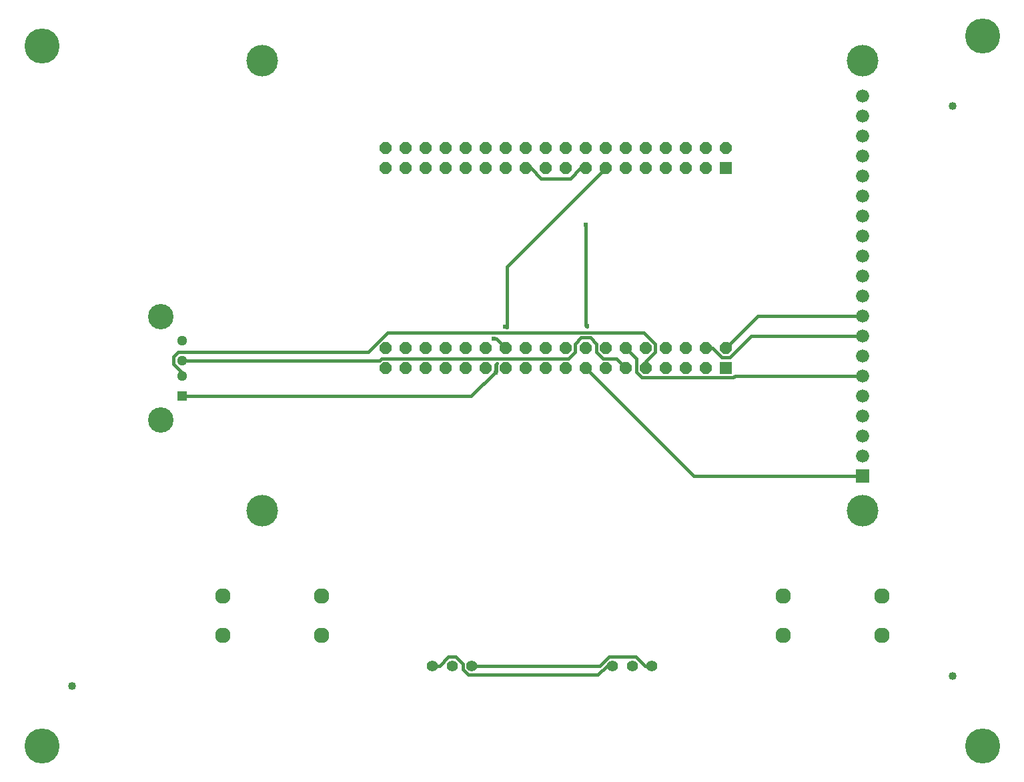
<source format=gbr>
G04 EAGLE Gerber RS-274X export*
G75*
%MOMM*%
%FSLAX34Y34*%
%LPD*%
%INBottom Copper*%
%IPPOS*%
%AMOC8*
5,1,8,0,0,1.08239X$1,22.5*%
G01*
%ADD10R,1.524000X1.524000*%
%ADD11P,1.649562X8X202.500000*%
%ADD12R,1.676400X1.676400*%
%ADD13C,1.676400*%
%ADD14C,4.016000*%
%ADD15R,1.288000X1.288000*%
%ADD16C,1.288000*%
%ADD17C,3.220000*%
%ADD18C,4.445000*%
%ADD19C,1.016000*%
%ADD20C,1.400000*%
%ADD21C,1.960000*%
%ADD22C,0.381000*%
%ADD23C,0.609600*%


D10*
X906100Y517900D03*
D11*
X906100Y543300D03*
X880700Y517900D03*
X880700Y543300D03*
X855300Y517900D03*
X855300Y543300D03*
X829900Y517900D03*
X829900Y543300D03*
X804500Y517900D03*
X804500Y543300D03*
X779100Y517900D03*
X779100Y543300D03*
X753700Y517900D03*
X753700Y543300D03*
X728300Y517900D03*
X728300Y543300D03*
X702900Y517900D03*
X702900Y543300D03*
X677500Y517900D03*
X677500Y543300D03*
X652100Y517900D03*
X652100Y543300D03*
X626700Y517900D03*
X626700Y543300D03*
X601300Y517900D03*
X601300Y543300D03*
X575900Y517900D03*
X575900Y543300D03*
X550500Y517900D03*
X550500Y543300D03*
X525100Y517900D03*
X525100Y543300D03*
X499700Y517900D03*
X499700Y543300D03*
X474300Y517900D03*
X474300Y543300D03*
D10*
X906100Y771900D03*
D11*
X906100Y797300D03*
X880700Y771900D03*
X880700Y797300D03*
X855300Y771900D03*
X855300Y797300D03*
X829900Y771900D03*
X829900Y797300D03*
X804500Y771900D03*
X804500Y797300D03*
X779100Y771900D03*
X779100Y797300D03*
X753700Y771900D03*
X753700Y797300D03*
X728300Y771900D03*
X728300Y797300D03*
X702900Y771900D03*
X702900Y797300D03*
X677500Y771900D03*
X677500Y797300D03*
X652100Y771900D03*
X652100Y797300D03*
X626700Y771900D03*
X626700Y797300D03*
X601300Y771900D03*
X601300Y797300D03*
X575900Y771900D03*
X575900Y797300D03*
X550500Y771900D03*
X550500Y797300D03*
X525100Y771900D03*
X525100Y797300D03*
X499700Y771900D03*
X499700Y797300D03*
X474300Y771900D03*
X474300Y797300D03*
D12*
X1079500Y381000D03*
D13*
X1079500Y406400D03*
X1079500Y431800D03*
X1079500Y457200D03*
X1079500Y482600D03*
X1079500Y508000D03*
X1079500Y533400D03*
X1079500Y558800D03*
X1079500Y584200D03*
X1079500Y609600D03*
X1079500Y635000D03*
X1079500Y660400D03*
X1079500Y685800D03*
X1079500Y711200D03*
X1079500Y736600D03*
X1079500Y762000D03*
X1079500Y787400D03*
X1079500Y812800D03*
X1079500Y838200D03*
X1079500Y863600D03*
D14*
X1079500Y336550D03*
X1079500Y908050D03*
X317500Y336550D03*
X317500Y908050D03*
D15*
X215900Y482600D03*
D16*
X215900Y507600D03*
X215900Y527600D03*
X215900Y552600D03*
D17*
X188800Y451900D03*
X188800Y583300D03*
D18*
X38100Y927100D03*
X38100Y38100D03*
X1231900Y939800D03*
X1231900Y38100D03*
D19*
X1193800Y127000D03*
D20*
X762400Y139700D03*
X787400Y139700D03*
X812400Y139700D03*
X533800Y139700D03*
X558800Y139700D03*
X583800Y139700D03*
D21*
X1103900Y228200D03*
X1103900Y178200D03*
X978900Y178200D03*
X978900Y228200D03*
X392700Y228200D03*
X392700Y178200D03*
X267700Y178200D03*
X267700Y228200D03*
D19*
X1193800Y850900D03*
X76200Y114300D03*
D22*
X554059Y151145D02*
X563541Y151145D01*
X572355Y134959D02*
X579059Y128255D01*
X755195Y139700D02*
X762400Y139700D01*
X542614Y139700D02*
X533800Y139700D01*
X542614Y139700D02*
X554059Y151145D01*
X563541Y151145D02*
X572355Y142331D01*
X572355Y134959D01*
X579059Y128255D02*
X743750Y128255D01*
X755195Y139700D01*
X614635Y522898D02*
X615353Y523615D01*
X583063Y482600D02*
X215900Y482600D01*
X583063Y482600D02*
X614635Y514173D01*
X614635Y522898D01*
X614000Y522263D01*
X614000Y511921D01*
D23*
X614000Y511921D03*
X753700Y771900D03*
D22*
X628650Y646850D01*
X628650Y569335D01*
X627362Y569335D01*
X626219Y570478D01*
D23*
X626219Y570478D03*
X611233Y555492D03*
D22*
X614508Y555492D01*
X626700Y543300D01*
X583800Y139700D02*
X746214Y139700D01*
X803586Y139700D02*
X812400Y139700D01*
X757659Y151145D02*
X746214Y139700D01*
X792141Y151145D02*
X803586Y139700D01*
X792141Y151145D02*
X757659Y151145D01*
X917726Y508000D02*
X1079500Y508000D01*
X917726Y508000D02*
X915561Y505835D01*
X799503Y505835D02*
X792435Y512903D01*
X792435Y529965D02*
X779100Y543300D01*
X792435Y529965D02*
X792435Y512903D01*
X799503Y505835D02*
X915561Y505835D01*
D23*
X1079500Y533400D03*
X1079500Y533400D03*
D22*
X911098Y531235D02*
X901103Y531235D01*
X938663Y558800D02*
X1079500Y558800D01*
X938663Y558800D02*
X911098Y531235D01*
X889038Y543300D02*
X880700Y543300D01*
X889038Y543300D02*
X901103Y531235D01*
X947000Y584200D02*
X1079500Y584200D01*
X947000Y584200D02*
X906100Y543300D01*
X205015Y532109D02*
X205015Y523091D01*
X205015Y532109D02*
X211391Y538485D01*
X816565Y538303D02*
X816565Y548298D01*
X816565Y538303D02*
X804500Y526238D01*
X804500Y517900D01*
X452423Y538485D02*
X211391Y538485D01*
X215900Y512206D02*
X215900Y507600D01*
X215900Y512206D02*
X205015Y523091D01*
X801878Y562985D02*
X816565Y548298D01*
X476923Y562985D02*
X452423Y538485D01*
X476923Y562985D02*
X801878Y562985D01*
X466938Y527600D02*
X215900Y527600D01*
X466938Y527600D02*
X469303Y529965D01*
X714965Y548824D02*
X722776Y556635D01*
X733824Y556635D01*
X741635Y548824D01*
X741635Y538303D01*
X749973Y529965D01*
X767035Y529965D01*
X779100Y517900D01*
X706628Y529965D02*
X469303Y529965D01*
X706628Y529965D02*
X714965Y538303D01*
X714965Y548824D01*
X865200Y381000D02*
X1079500Y381000D01*
X865200Y381000D02*
X728300Y517900D01*
D23*
X728647Y700103D03*
D22*
X728647Y572208D01*
X730250Y570605D01*
X730250Y571748D01*
D23*
X730250Y571748D03*
D22*
X728300Y771900D02*
X721759Y771900D01*
X658641Y771900D02*
X652100Y771900D01*
X708424Y758565D02*
X721759Y771900D01*
X708424Y758565D02*
X671976Y758565D01*
X658641Y771900D01*
M02*

</source>
